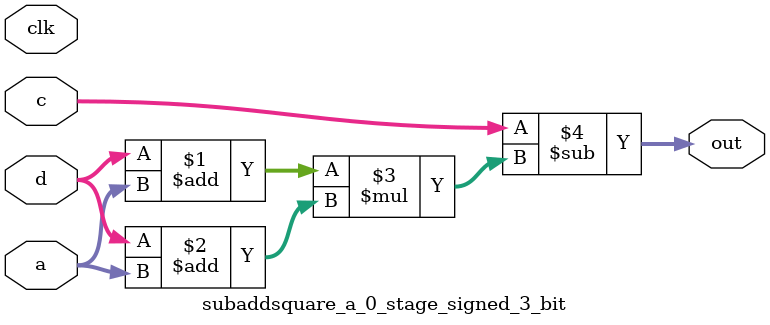
<source format=sv>
(* use_dsp = "yes" *) module subaddsquare_a_0_stage_signed_3_bit(
	input signed [2:0] a,
	input signed [2:0] c,
	input signed [2:0] d,
	output [2:0] out,
	input clk);

	assign out = c - ((d + a) * (d + a));
endmodule

</source>
